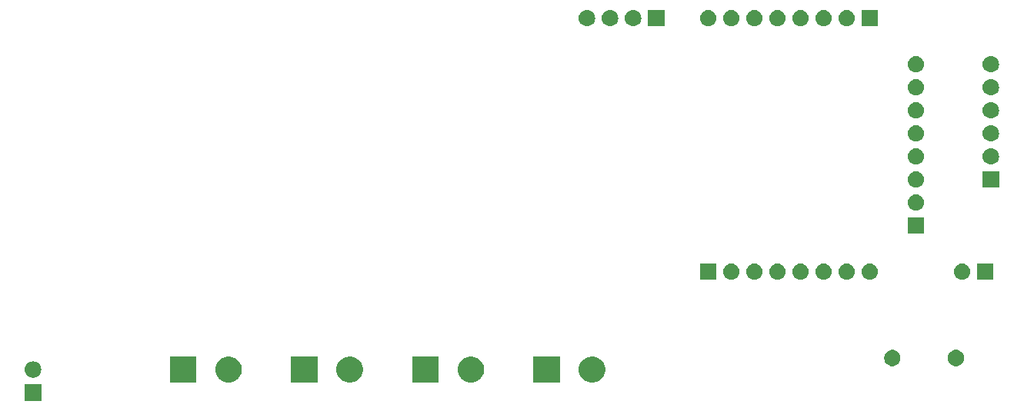
<source format=gbr>
G04 #@! TF.GenerationSoftware,KiCad,Pcbnew,(5.1.0-rc1-103-gc65c7d3de)*
G04 #@! TF.CreationDate,2019-09-26T12:21:13+02:00
G04 #@! TF.ProjectId,pinballControlUnit,70696e62-616c-46c4-936f-6e74726f6c55,2*
G04 #@! TF.SameCoordinates,Original*
G04 #@! TF.FileFunction,Soldermask,Bot*
G04 #@! TF.FilePolarity,Negative*
%FSLAX46Y46*%
G04 Gerber Fmt 4.6, Leading zero omitted, Abs format (unit mm)*
G04 Created by KiCad (PCBNEW (5.1.0-rc1-103-gc65c7d3de)) date 2019-09-26 12:21:13*
%MOMM*%
%LPD*%
G04 APERTURE LIST*
%ADD10C,0.100000*%
G04 APERTURE END LIST*
D10*
G36*
X21221000Y-108851000D02*
G01*
X19419000Y-108851000D01*
X19419000Y-107049000D01*
X21221000Y-107049000D01*
X21221000Y-108851000D01*
X21221000Y-108851000D01*
G37*
G36*
X78286000Y-106861000D02*
G01*
X75384000Y-106861000D01*
X75384000Y-103959000D01*
X78286000Y-103959000D01*
X78286000Y-106861000D01*
X78286000Y-106861000D01*
G37*
G36*
X68923241Y-104014760D02*
G01*
X69187305Y-104124139D01*
X69424958Y-104282934D01*
X69627066Y-104485042D01*
X69785861Y-104722695D01*
X69895240Y-104986759D01*
X69951000Y-105267088D01*
X69951000Y-105552912D01*
X69895240Y-105833241D01*
X69785861Y-106097305D01*
X69627066Y-106334958D01*
X69424958Y-106537066D01*
X69187305Y-106695861D01*
X68923241Y-106805240D01*
X68642912Y-106861000D01*
X68357088Y-106861000D01*
X68076759Y-106805240D01*
X67812695Y-106695861D01*
X67575042Y-106537066D01*
X67372934Y-106334958D01*
X67214139Y-106097305D01*
X67104760Y-105833241D01*
X67049000Y-105552912D01*
X67049000Y-105267088D01*
X67104760Y-104986759D01*
X67214139Y-104722695D01*
X67372934Y-104485042D01*
X67575042Y-104282934D01*
X67812695Y-104124139D01*
X68076759Y-104014760D01*
X68357088Y-103959000D01*
X68642912Y-103959000D01*
X68923241Y-104014760D01*
X68923241Y-104014760D01*
G37*
G36*
X64951000Y-106861000D02*
G01*
X62049000Y-106861000D01*
X62049000Y-103959000D01*
X64951000Y-103959000D01*
X64951000Y-106861000D01*
X64951000Y-106861000D01*
G37*
G36*
X55588241Y-104014760D02*
G01*
X55852305Y-104124139D01*
X56089958Y-104282934D01*
X56292066Y-104485042D01*
X56450861Y-104722695D01*
X56560240Y-104986759D01*
X56616000Y-105267088D01*
X56616000Y-105552912D01*
X56560240Y-105833241D01*
X56450861Y-106097305D01*
X56292066Y-106334958D01*
X56089958Y-106537066D01*
X55852305Y-106695861D01*
X55588241Y-106805240D01*
X55307912Y-106861000D01*
X55022088Y-106861000D01*
X54741759Y-106805240D01*
X54477695Y-106695861D01*
X54240042Y-106537066D01*
X54037934Y-106334958D01*
X53879139Y-106097305D01*
X53769760Y-105833241D01*
X53714000Y-105552912D01*
X53714000Y-105267088D01*
X53769760Y-104986759D01*
X53879139Y-104722695D01*
X54037934Y-104485042D01*
X54240042Y-104282934D01*
X54477695Y-104124139D01*
X54741759Y-104014760D01*
X55022088Y-103959000D01*
X55307912Y-103959000D01*
X55588241Y-104014760D01*
X55588241Y-104014760D01*
G37*
G36*
X51616000Y-106861000D02*
G01*
X48714000Y-106861000D01*
X48714000Y-103959000D01*
X51616000Y-103959000D01*
X51616000Y-106861000D01*
X51616000Y-106861000D01*
G37*
G36*
X42253241Y-104014760D02*
G01*
X42517305Y-104124139D01*
X42754958Y-104282934D01*
X42957066Y-104485042D01*
X43115861Y-104722695D01*
X43225240Y-104986759D01*
X43281000Y-105267088D01*
X43281000Y-105552912D01*
X43225240Y-105833241D01*
X43115861Y-106097305D01*
X42957066Y-106334958D01*
X42754958Y-106537066D01*
X42517305Y-106695861D01*
X42253241Y-106805240D01*
X41972912Y-106861000D01*
X41687088Y-106861000D01*
X41406759Y-106805240D01*
X41142695Y-106695861D01*
X40905042Y-106537066D01*
X40702934Y-106334958D01*
X40544139Y-106097305D01*
X40434760Y-105833241D01*
X40379000Y-105552912D01*
X40379000Y-105267088D01*
X40434760Y-104986759D01*
X40544139Y-104722695D01*
X40702934Y-104485042D01*
X40905042Y-104282934D01*
X41142695Y-104124139D01*
X41406759Y-104014760D01*
X41687088Y-103959000D01*
X41972912Y-103959000D01*
X42253241Y-104014760D01*
X42253241Y-104014760D01*
G37*
G36*
X38281000Y-106861000D02*
G01*
X35379000Y-106861000D01*
X35379000Y-103959000D01*
X38281000Y-103959000D01*
X38281000Y-106861000D01*
X38281000Y-106861000D01*
G37*
G36*
X82258241Y-104014760D02*
G01*
X82522305Y-104124139D01*
X82759958Y-104282934D01*
X82962066Y-104485042D01*
X83120861Y-104722695D01*
X83230240Y-104986759D01*
X83286000Y-105267088D01*
X83286000Y-105552912D01*
X83230240Y-105833241D01*
X83120861Y-106097305D01*
X82962066Y-106334958D01*
X82759958Y-106537066D01*
X82522305Y-106695861D01*
X82258241Y-106805240D01*
X81977912Y-106861000D01*
X81692088Y-106861000D01*
X81411759Y-106805240D01*
X81147695Y-106695861D01*
X80910042Y-106537066D01*
X80707934Y-106334958D01*
X80549139Y-106097305D01*
X80439760Y-105833241D01*
X80384000Y-105552912D01*
X80384000Y-105267088D01*
X80439760Y-104986759D01*
X80549139Y-104722695D01*
X80707934Y-104485042D01*
X80910042Y-104282934D01*
X81147695Y-104124139D01*
X81411759Y-104014760D01*
X81692088Y-103959000D01*
X81977912Y-103959000D01*
X82258241Y-104014760D01*
X82258241Y-104014760D01*
G37*
G36*
X20430443Y-104515519D02*
G01*
X20496627Y-104522037D01*
X20666466Y-104573557D01*
X20822991Y-104657222D01*
X20858729Y-104686552D01*
X20960186Y-104769814D01*
X21043448Y-104871271D01*
X21072778Y-104907009D01*
X21156443Y-105063534D01*
X21207963Y-105233373D01*
X21225359Y-105410000D01*
X21207963Y-105586627D01*
X21156443Y-105756466D01*
X21072778Y-105912991D01*
X21043448Y-105948729D01*
X20960186Y-106050186D01*
X20858729Y-106133448D01*
X20822991Y-106162778D01*
X20666466Y-106246443D01*
X20496627Y-106297963D01*
X20430442Y-106304482D01*
X20364260Y-106311000D01*
X20275740Y-106311000D01*
X20209558Y-106304482D01*
X20143373Y-106297963D01*
X19973534Y-106246443D01*
X19817009Y-106162778D01*
X19781271Y-106133448D01*
X19679814Y-106050186D01*
X19596552Y-105948729D01*
X19567222Y-105912991D01*
X19483557Y-105756466D01*
X19432037Y-105586627D01*
X19414641Y-105410000D01*
X19432037Y-105233373D01*
X19483557Y-105063534D01*
X19567222Y-104907009D01*
X19596552Y-104871271D01*
X19679814Y-104769814D01*
X19781271Y-104686552D01*
X19817009Y-104657222D01*
X19973534Y-104573557D01*
X20143373Y-104522037D01*
X20209557Y-104515519D01*
X20275740Y-104509000D01*
X20364260Y-104509000D01*
X20430443Y-104515519D01*
X20430443Y-104515519D01*
G37*
G36*
X121993512Y-103243927D02*
G01*
X122142812Y-103273624D01*
X122306784Y-103341544D01*
X122454354Y-103440147D01*
X122579853Y-103565646D01*
X122678456Y-103713216D01*
X122746376Y-103877188D01*
X122781000Y-104051259D01*
X122781000Y-104228741D01*
X122746376Y-104402812D01*
X122678456Y-104566784D01*
X122579853Y-104714354D01*
X122454354Y-104839853D01*
X122306784Y-104938456D01*
X122142812Y-105006376D01*
X121993512Y-105036073D01*
X121968742Y-105041000D01*
X121791258Y-105041000D01*
X121766488Y-105036073D01*
X121617188Y-105006376D01*
X121453216Y-104938456D01*
X121305646Y-104839853D01*
X121180147Y-104714354D01*
X121081544Y-104566784D01*
X121013624Y-104402812D01*
X120979000Y-104228741D01*
X120979000Y-104051259D01*
X121013624Y-103877188D01*
X121081544Y-103713216D01*
X121180147Y-103565646D01*
X121305646Y-103440147D01*
X121453216Y-103341544D01*
X121617188Y-103273624D01*
X121766488Y-103243927D01*
X121791258Y-103239000D01*
X121968742Y-103239000D01*
X121993512Y-103243927D01*
X121993512Y-103243927D01*
G37*
G36*
X114993512Y-103243927D02*
G01*
X115142812Y-103273624D01*
X115306784Y-103341544D01*
X115454354Y-103440147D01*
X115579853Y-103565646D01*
X115678456Y-103713216D01*
X115746376Y-103877188D01*
X115781000Y-104051259D01*
X115781000Y-104228741D01*
X115746376Y-104402812D01*
X115678456Y-104566784D01*
X115579853Y-104714354D01*
X115454354Y-104839853D01*
X115306784Y-104938456D01*
X115142812Y-105006376D01*
X114993512Y-105036073D01*
X114968742Y-105041000D01*
X114791258Y-105041000D01*
X114766488Y-105036073D01*
X114617188Y-105006376D01*
X114453216Y-104938456D01*
X114305646Y-104839853D01*
X114180147Y-104714354D01*
X114081544Y-104566784D01*
X114013624Y-104402812D01*
X113979000Y-104228741D01*
X113979000Y-104051259D01*
X114013624Y-103877188D01*
X114081544Y-103713216D01*
X114180147Y-103565646D01*
X114305646Y-103440147D01*
X114453216Y-103341544D01*
X114617188Y-103273624D01*
X114766488Y-103243927D01*
X114791258Y-103239000D01*
X114968742Y-103239000D01*
X114993512Y-103243927D01*
X114993512Y-103243927D01*
G37*
G36*
X102345443Y-93720519D02*
G01*
X102411627Y-93727037D01*
X102581466Y-93778557D01*
X102737991Y-93862222D01*
X102773729Y-93891552D01*
X102875186Y-93974814D01*
X102958448Y-94076271D01*
X102987778Y-94112009D01*
X103071443Y-94268534D01*
X103122963Y-94438373D01*
X103140359Y-94615000D01*
X103122963Y-94791627D01*
X103071443Y-94961466D01*
X102987778Y-95117991D01*
X102958448Y-95153729D01*
X102875186Y-95255186D01*
X102773729Y-95338448D01*
X102737991Y-95367778D01*
X102581466Y-95451443D01*
X102411627Y-95502963D01*
X102345443Y-95509481D01*
X102279260Y-95516000D01*
X102190740Y-95516000D01*
X102124557Y-95509481D01*
X102058373Y-95502963D01*
X101888534Y-95451443D01*
X101732009Y-95367778D01*
X101696271Y-95338448D01*
X101594814Y-95255186D01*
X101511552Y-95153729D01*
X101482222Y-95117991D01*
X101398557Y-94961466D01*
X101347037Y-94791627D01*
X101329641Y-94615000D01*
X101347037Y-94438373D01*
X101398557Y-94268534D01*
X101482222Y-94112009D01*
X101511552Y-94076271D01*
X101594814Y-93974814D01*
X101696271Y-93891552D01*
X101732009Y-93862222D01*
X101888534Y-93778557D01*
X102058373Y-93727037D01*
X102124557Y-93720519D01*
X102190740Y-93714000D01*
X102279260Y-93714000D01*
X102345443Y-93720519D01*
X102345443Y-93720519D01*
G37*
G36*
X99805443Y-93720519D02*
G01*
X99871627Y-93727037D01*
X100041466Y-93778557D01*
X100197991Y-93862222D01*
X100233729Y-93891552D01*
X100335186Y-93974814D01*
X100418448Y-94076271D01*
X100447778Y-94112009D01*
X100531443Y-94268534D01*
X100582963Y-94438373D01*
X100600359Y-94615000D01*
X100582963Y-94791627D01*
X100531443Y-94961466D01*
X100447778Y-95117991D01*
X100418448Y-95153729D01*
X100335186Y-95255186D01*
X100233729Y-95338448D01*
X100197991Y-95367778D01*
X100041466Y-95451443D01*
X99871627Y-95502963D01*
X99805443Y-95509481D01*
X99739260Y-95516000D01*
X99650740Y-95516000D01*
X99584557Y-95509481D01*
X99518373Y-95502963D01*
X99348534Y-95451443D01*
X99192009Y-95367778D01*
X99156271Y-95338448D01*
X99054814Y-95255186D01*
X98971552Y-95153729D01*
X98942222Y-95117991D01*
X98858557Y-94961466D01*
X98807037Y-94791627D01*
X98789641Y-94615000D01*
X98807037Y-94438373D01*
X98858557Y-94268534D01*
X98942222Y-94112009D01*
X98971552Y-94076271D01*
X99054814Y-93974814D01*
X99156271Y-93891552D01*
X99192009Y-93862222D01*
X99348534Y-93778557D01*
X99518373Y-93727037D01*
X99584557Y-93720519D01*
X99650740Y-93714000D01*
X99739260Y-93714000D01*
X99805443Y-93720519D01*
X99805443Y-93720519D01*
G37*
G36*
X125996000Y-95516000D02*
G01*
X124194000Y-95516000D01*
X124194000Y-93714000D01*
X125996000Y-93714000D01*
X125996000Y-95516000D01*
X125996000Y-95516000D01*
G37*
G36*
X122665443Y-93720519D02*
G01*
X122731627Y-93727037D01*
X122901466Y-93778557D01*
X123057991Y-93862222D01*
X123093729Y-93891552D01*
X123195186Y-93974814D01*
X123278448Y-94076271D01*
X123307778Y-94112009D01*
X123391443Y-94268534D01*
X123442963Y-94438373D01*
X123460359Y-94615000D01*
X123442963Y-94791627D01*
X123391443Y-94961466D01*
X123307778Y-95117991D01*
X123278448Y-95153729D01*
X123195186Y-95255186D01*
X123093729Y-95338448D01*
X123057991Y-95367778D01*
X122901466Y-95451443D01*
X122731627Y-95502963D01*
X122665443Y-95509481D01*
X122599260Y-95516000D01*
X122510740Y-95516000D01*
X122444557Y-95509481D01*
X122378373Y-95502963D01*
X122208534Y-95451443D01*
X122052009Y-95367778D01*
X122016271Y-95338448D01*
X121914814Y-95255186D01*
X121831552Y-95153729D01*
X121802222Y-95117991D01*
X121718557Y-94961466D01*
X121667037Y-94791627D01*
X121649641Y-94615000D01*
X121667037Y-94438373D01*
X121718557Y-94268534D01*
X121802222Y-94112009D01*
X121831552Y-94076271D01*
X121914814Y-93974814D01*
X122016271Y-93891552D01*
X122052009Y-93862222D01*
X122208534Y-93778557D01*
X122378373Y-93727037D01*
X122444558Y-93720518D01*
X122510740Y-93714000D01*
X122599260Y-93714000D01*
X122665443Y-93720519D01*
X122665443Y-93720519D01*
G37*
G36*
X95516000Y-95516000D02*
G01*
X93714000Y-95516000D01*
X93714000Y-93714000D01*
X95516000Y-93714000D01*
X95516000Y-95516000D01*
X95516000Y-95516000D01*
G37*
G36*
X97265443Y-93720519D02*
G01*
X97331627Y-93727037D01*
X97501466Y-93778557D01*
X97657991Y-93862222D01*
X97693729Y-93891552D01*
X97795186Y-93974814D01*
X97878448Y-94076271D01*
X97907778Y-94112009D01*
X97991443Y-94268534D01*
X98042963Y-94438373D01*
X98060359Y-94615000D01*
X98042963Y-94791627D01*
X97991443Y-94961466D01*
X97907778Y-95117991D01*
X97878448Y-95153729D01*
X97795186Y-95255186D01*
X97693729Y-95338448D01*
X97657991Y-95367778D01*
X97501466Y-95451443D01*
X97331627Y-95502963D01*
X97265443Y-95509481D01*
X97199260Y-95516000D01*
X97110740Y-95516000D01*
X97044557Y-95509481D01*
X96978373Y-95502963D01*
X96808534Y-95451443D01*
X96652009Y-95367778D01*
X96616271Y-95338448D01*
X96514814Y-95255186D01*
X96431552Y-95153729D01*
X96402222Y-95117991D01*
X96318557Y-94961466D01*
X96267037Y-94791627D01*
X96249641Y-94615000D01*
X96267037Y-94438373D01*
X96318557Y-94268534D01*
X96402222Y-94112009D01*
X96431552Y-94076271D01*
X96514814Y-93974814D01*
X96616271Y-93891552D01*
X96652009Y-93862222D01*
X96808534Y-93778557D01*
X96978373Y-93727037D01*
X97044557Y-93720519D01*
X97110740Y-93714000D01*
X97199260Y-93714000D01*
X97265443Y-93720519D01*
X97265443Y-93720519D01*
G37*
G36*
X104885443Y-93720519D02*
G01*
X104951627Y-93727037D01*
X105121466Y-93778557D01*
X105277991Y-93862222D01*
X105313729Y-93891552D01*
X105415186Y-93974814D01*
X105498448Y-94076271D01*
X105527778Y-94112009D01*
X105611443Y-94268534D01*
X105662963Y-94438373D01*
X105680359Y-94615000D01*
X105662963Y-94791627D01*
X105611443Y-94961466D01*
X105527778Y-95117991D01*
X105498448Y-95153729D01*
X105415186Y-95255186D01*
X105313729Y-95338448D01*
X105277991Y-95367778D01*
X105121466Y-95451443D01*
X104951627Y-95502963D01*
X104885443Y-95509481D01*
X104819260Y-95516000D01*
X104730740Y-95516000D01*
X104664557Y-95509481D01*
X104598373Y-95502963D01*
X104428534Y-95451443D01*
X104272009Y-95367778D01*
X104236271Y-95338448D01*
X104134814Y-95255186D01*
X104051552Y-95153729D01*
X104022222Y-95117991D01*
X103938557Y-94961466D01*
X103887037Y-94791627D01*
X103869641Y-94615000D01*
X103887037Y-94438373D01*
X103938557Y-94268534D01*
X104022222Y-94112009D01*
X104051552Y-94076271D01*
X104134814Y-93974814D01*
X104236271Y-93891552D01*
X104272009Y-93862222D01*
X104428534Y-93778557D01*
X104598373Y-93727037D01*
X104664557Y-93720519D01*
X104730740Y-93714000D01*
X104819260Y-93714000D01*
X104885443Y-93720519D01*
X104885443Y-93720519D01*
G37*
G36*
X107425443Y-93720519D02*
G01*
X107491627Y-93727037D01*
X107661466Y-93778557D01*
X107817991Y-93862222D01*
X107853729Y-93891552D01*
X107955186Y-93974814D01*
X108038448Y-94076271D01*
X108067778Y-94112009D01*
X108151443Y-94268534D01*
X108202963Y-94438373D01*
X108220359Y-94615000D01*
X108202963Y-94791627D01*
X108151443Y-94961466D01*
X108067778Y-95117991D01*
X108038448Y-95153729D01*
X107955186Y-95255186D01*
X107853729Y-95338448D01*
X107817991Y-95367778D01*
X107661466Y-95451443D01*
X107491627Y-95502963D01*
X107425443Y-95509481D01*
X107359260Y-95516000D01*
X107270740Y-95516000D01*
X107204557Y-95509481D01*
X107138373Y-95502963D01*
X106968534Y-95451443D01*
X106812009Y-95367778D01*
X106776271Y-95338448D01*
X106674814Y-95255186D01*
X106591552Y-95153729D01*
X106562222Y-95117991D01*
X106478557Y-94961466D01*
X106427037Y-94791627D01*
X106409641Y-94615000D01*
X106427037Y-94438373D01*
X106478557Y-94268534D01*
X106562222Y-94112009D01*
X106591552Y-94076271D01*
X106674814Y-93974814D01*
X106776271Y-93891552D01*
X106812009Y-93862222D01*
X106968534Y-93778557D01*
X107138373Y-93727037D01*
X107204557Y-93720519D01*
X107270740Y-93714000D01*
X107359260Y-93714000D01*
X107425443Y-93720519D01*
X107425443Y-93720519D01*
G37*
G36*
X109965443Y-93720519D02*
G01*
X110031627Y-93727037D01*
X110201466Y-93778557D01*
X110357991Y-93862222D01*
X110393729Y-93891552D01*
X110495186Y-93974814D01*
X110578448Y-94076271D01*
X110607778Y-94112009D01*
X110691443Y-94268534D01*
X110742963Y-94438373D01*
X110760359Y-94615000D01*
X110742963Y-94791627D01*
X110691443Y-94961466D01*
X110607778Y-95117991D01*
X110578448Y-95153729D01*
X110495186Y-95255186D01*
X110393729Y-95338448D01*
X110357991Y-95367778D01*
X110201466Y-95451443D01*
X110031627Y-95502963D01*
X109965443Y-95509481D01*
X109899260Y-95516000D01*
X109810740Y-95516000D01*
X109744557Y-95509481D01*
X109678373Y-95502963D01*
X109508534Y-95451443D01*
X109352009Y-95367778D01*
X109316271Y-95338448D01*
X109214814Y-95255186D01*
X109131552Y-95153729D01*
X109102222Y-95117991D01*
X109018557Y-94961466D01*
X108967037Y-94791627D01*
X108949641Y-94615000D01*
X108967037Y-94438373D01*
X109018557Y-94268534D01*
X109102222Y-94112009D01*
X109131552Y-94076271D01*
X109214814Y-93974814D01*
X109316271Y-93891552D01*
X109352009Y-93862222D01*
X109508534Y-93778557D01*
X109678373Y-93727037D01*
X109744557Y-93720519D01*
X109810740Y-93714000D01*
X109899260Y-93714000D01*
X109965443Y-93720519D01*
X109965443Y-93720519D01*
G37*
G36*
X112505443Y-93720519D02*
G01*
X112571627Y-93727037D01*
X112741466Y-93778557D01*
X112897991Y-93862222D01*
X112933729Y-93891552D01*
X113035186Y-93974814D01*
X113118448Y-94076271D01*
X113147778Y-94112009D01*
X113231443Y-94268534D01*
X113282963Y-94438373D01*
X113300359Y-94615000D01*
X113282963Y-94791627D01*
X113231443Y-94961466D01*
X113147778Y-95117991D01*
X113118448Y-95153729D01*
X113035186Y-95255186D01*
X112933729Y-95338448D01*
X112897991Y-95367778D01*
X112741466Y-95451443D01*
X112571627Y-95502963D01*
X112505443Y-95509481D01*
X112439260Y-95516000D01*
X112350740Y-95516000D01*
X112284557Y-95509481D01*
X112218373Y-95502963D01*
X112048534Y-95451443D01*
X111892009Y-95367778D01*
X111856271Y-95338448D01*
X111754814Y-95255186D01*
X111671552Y-95153729D01*
X111642222Y-95117991D01*
X111558557Y-94961466D01*
X111507037Y-94791627D01*
X111489641Y-94615000D01*
X111507037Y-94438373D01*
X111558557Y-94268534D01*
X111642222Y-94112009D01*
X111671552Y-94076271D01*
X111754814Y-93974814D01*
X111856271Y-93891552D01*
X111892009Y-93862222D01*
X112048534Y-93778557D01*
X112218373Y-93727037D01*
X112284557Y-93720519D01*
X112350740Y-93714000D01*
X112439260Y-93714000D01*
X112505443Y-93720519D01*
X112505443Y-93720519D01*
G37*
G36*
X118376000Y-90436000D02*
G01*
X116574000Y-90436000D01*
X116574000Y-88634000D01*
X118376000Y-88634000D01*
X118376000Y-90436000D01*
X118376000Y-90436000D01*
G37*
G36*
X117585442Y-86100518D02*
G01*
X117651627Y-86107037D01*
X117821466Y-86158557D01*
X117977991Y-86242222D01*
X118013729Y-86271552D01*
X118115186Y-86354814D01*
X118198448Y-86456271D01*
X118227778Y-86492009D01*
X118311443Y-86648534D01*
X118362963Y-86818373D01*
X118380359Y-86995000D01*
X118362963Y-87171627D01*
X118311443Y-87341466D01*
X118227778Y-87497991D01*
X118198448Y-87533729D01*
X118115186Y-87635186D01*
X118013729Y-87718448D01*
X117977991Y-87747778D01*
X117821466Y-87831443D01*
X117651627Y-87882963D01*
X117585443Y-87889481D01*
X117519260Y-87896000D01*
X117430740Y-87896000D01*
X117364557Y-87889481D01*
X117298373Y-87882963D01*
X117128534Y-87831443D01*
X116972009Y-87747778D01*
X116936271Y-87718448D01*
X116834814Y-87635186D01*
X116751552Y-87533729D01*
X116722222Y-87497991D01*
X116638557Y-87341466D01*
X116587037Y-87171627D01*
X116569641Y-86995000D01*
X116587037Y-86818373D01*
X116638557Y-86648534D01*
X116722222Y-86492009D01*
X116751552Y-86456271D01*
X116834814Y-86354814D01*
X116936271Y-86271552D01*
X116972009Y-86242222D01*
X117128534Y-86158557D01*
X117298373Y-86107037D01*
X117364558Y-86100518D01*
X117430740Y-86094000D01*
X117519260Y-86094000D01*
X117585442Y-86100518D01*
X117585442Y-86100518D01*
G37*
G36*
X117585443Y-83560519D02*
G01*
X117651627Y-83567037D01*
X117821466Y-83618557D01*
X117977991Y-83702222D01*
X118013729Y-83731552D01*
X118115186Y-83814814D01*
X118198448Y-83916271D01*
X118227778Y-83952009D01*
X118311443Y-84108534D01*
X118362963Y-84278373D01*
X118380359Y-84455000D01*
X118362963Y-84631627D01*
X118311443Y-84801466D01*
X118227778Y-84957991D01*
X118198448Y-84993729D01*
X118115186Y-85095186D01*
X118013729Y-85178448D01*
X117977991Y-85207778D01*
X117821466Y-85291443D01*
X117651627Y-85342963D01*
X117585442Y-85349482D01*
X117519260Y-85356000D01*
X117430740Y-85356000D01*
X117364558Y-85349482D01*
X117298373Y-85342963D01*
X117128534Y-85291443D01*
X116972009Y-85207778D01*
X116936271Y-85178448D01*
X116834814Y-85095186D01*
X116751552Y-84993729D01*
X116722222Y-84957991D01*
X116638557Y-84801466D01*
X116587037Y-84631627D01*
X116569641Y-84455000D01*
X116587037Y-84278373D01*
X116638557Y-84108534D01*
X116722222Y-83952009D01*
X116751552Y-83916271D01*
X116834814Y-83814814D01*
X116936271Y-83731552D01*
X116972009Y-83702222D01*
X117128534Y-83618557D01*
X117298373Y-83567037D01*
X117364557Y-83560519D01*
X117430740Y-83554000D01*
X117519260Y-83554000D01*
X117585443Y-83560519D01*
X117585443Y-83560519D01*
G37*
G36*
X126631000Y-85356000D02*
G01*
X124829000Y-85356000D01*
X124829000Y-83554000D01*
X126631000Y-83554000D01*
X126631000Y-85356000D01*
X126631000Y-85356000D01*
G37*
G36*
X117585442Y-81020518D02*
G01*
X117651627Y-81027037D01*
X117821466Y-81078557D01*
X117977991Y-81162222D01*
X118013729Y-81191552D01*
X118115186Y-81274814D01*
X118198448Y-81376271D01*
X118227778Y-81412009D01*
X118311443Y-81568534D01*
X118362963Y-81738373D01*
X118380359Y-81915000D01*
X118362963Y-82091627D01*
X118311443Y-82261466D01*
X118227778Y-82417991D01*
X118198448Y-82453729D01*
X118115186Y-82555186D01*
X118013729Y-82638448D01*
X117977991Y-82667778D01*
X117821466Y-82751443D01*
X117651627Y-82802963D01*
X117585442Y-82809482D01*
X117519260Y-82816000D01*
X117430740Y-82816000D01*
X117364558Y-82809482D01*
X117298373Y-82802963D01*
X117128534Y-82751443D01*
X116972009Y-82667778D01*
X116936271Y-82638448D01*
X116834814Y-82555186D01*
X116751552Y-82453729D01*
X116722222Y-82417991D01*
X116638557Y-82261466D01*
X116587037Y-82091627D01*
X116569641Y-81915000D01*
X116587037Y-81738373D01*
X116638557Y-81568534D01*
X116722222Y-81412009D01*
X116751552Y-81376271D01*
X116834814Y-81274814D01*
X116936271Y-81191552D01*
X116972009Y-81162222D01*
X117128534Y-81078557D01*
X117298373Y-81027037D01*
X117364558Y-81020518D01*
X117430740Y-81014000D01*
X117519260Y-81014000D01*
X117585442Y-81020518D01*
X117585442Y-81020518D01*
G37*
G36*
X125840442Y-81020518D02*
G01*
X125906627Y-81027037D01*
X126076466Y-81078557D01*
X126232991Y-81162222D01*
X126268729Y-81191552D01*
X126370186Y-81274814D01*
X126453448Y-81376271D01*
X126482778Y-81412009D01*
X126566443Y-81568534D01*
X126617963Y-81738373D01*
X126635359Y-81915000D01*
X126617963Y-82091627D01*
X126566443Y-82261466D01*
X126482778Y-82417991D01*
X126453448Y-82453729D01*
X126370186Y-82555186D01*
X126268729Y-82638448D01*
X126232991Y-82667778D01*
X126076466Y-82751443D01*
X125906627Y-82802963D01*
X125840442Y-82809482D01*
X125774260Y-82816000D01*
X125685740Y-82816000D01*
X125619558Y-82809482D01*
X125553373Y-82802963D01*
X125383534Y-82751443D01*
X125227009Y-82667778D01*
X125191271Y-82638448D01*
X125089814Y-82555186D01*
X125006552Y-82453729D01*
X124977222Y-82417991D01*
X124893557Y-82261466D01*
X124842037Y-82091627D01*
X124824641Y-81915000D01*
X124842037Y-81738373D01*
X124893557Y-81568534D01*
X124977222Y-81412009D01*
X125006552Y-81376271D01*
X125089814Y-81274814D01*
X125191271Y-81191552D01*
X125227009Y-81162222D01*
X125383534Y-81078557D01*
X125553373Y-81027037D01*
X125619558Y-81020518D01*
X125685740Y-81014000D01*
X125774260Y-81014000D01*
X125840442Y-81020518D01*
X125840442Y-81020518D01*
G37*
G36*
X117585442Y-78480518D02*
G01*
X117651627Y-78487037D01*
X117821466Y-78538557D01*
X117977991Y-78622222D01*
X118013729Y-78651552D01*
X118115186Y-78734814D01*
X118198448Y-78836271D01*
X118227778Y-78872009D01*
X118311443Y-79028534D01*
X118362963Y-79198373D01*
X118380359Y-79375000D01*
X118362963Y-79551627D01*
X118311443Y-79721466D01*
X118227778Y-79877991D01*
X118198448Y-79913729D01*
X118115186Y-80015186D01*
X118013729Y-80098448D01*
X117977991Y-80127778D01*
X117821466Y-80211443D01*
X117651627Y-80262963D01*
X117585442Y-80269482D01*
X117519260Y-80276000D01*
X117430740Y-80276000D01*
X117364558Y-80269482D01*
X117298373Y-80262963D01*
X117128534Y-80211443D01*
X116972009Y-80127778D01*
X116936271Y-80098448D01*
X116834814Y-80015186D01*
X116751552Y-79913729D01*
X116722222Y-79877991D01*
X116638557Y-79721466D01*
X116587037Y-79551627D01*
X116569641Y-79375000D01*
X116587037Y-79198373D01*
X116638557Y-79028534D01*
X116722222Y-78872009D01*
X116751552Y-78836271D01*
X116834814Y-78734814D01*
X116936271Y-78651552D01*
X116972009Y-78622222D01*
X117128534Y-78538557D01*
X117298373Y-78487037D01*
X117364558Y-78480518D01*
X117430740Y-78474000D01*
X117519260Y-78474000D01*
X117585442Y-78480518D01*
X117585442Y-78480518D01*
G37*
G36*
X125840442Y-78480518D02*
G01*
X125906627Y-78487037D01*
X126076466Y-78538557D01*
X126232991Y-78622222D01*
X126268729Y-78651552D01*
X126370186Y-78734814D01*
X126453448Y-78836271D01*
X126482778Y-78872009D01*
X126566443Y-79028534D01*
X126617963Y-79198373D01*
X126635359Y-79375000D01*
X126617963Y-79551627D01*
X126566443Y-79721466D01*
X126482778Y-79877991D01*
X126453448Y-79913729D01*
X126370186Y-80015186D01*
X126268729Y-80098448D01*
X126232991Y-80127778D01*
X126076466Y-80211443D01*
X125906627Y-80262963D01*
X125840442Y-80269482D01*
X125774260Y-80276000D01*
X125685740Y-80276000D01*
X125619558Y-80269482D01*
X125553373Y-80262963D01*
X125383534Y-80211443D01*
X125227009Y-80127778D01*
X125191271Y-80098448D01*
X125089814Y-80015186D01*
X125006552Y-79913729D01*
X124977222Y-79877991D01*
X124893557Y-79721466D01*
X124842037Y-79551627D01*
X124824641Y-79375000D01*
X124842037Y-79198373D01*
X124893557Y-79028534D01*
X124977222Y-78872009D01*
X125006552Y-78836271D01*
X125089814Y-78734814D01*
X125191271Y-78651552D01*
X125227009Y-78622222D01*
X125383534Y-78538557D01*
X125553373Y-78487037D01*
X125619558Y-78480518D01*
X125685740Y-78474000D01*
X125774260Y-78474000D01*
X125840442Y-78480518D01*
X125840442Y-78480518D01*
G37*
G36*
X117585442Y-75940518D02*
G01*
X117651627Y-75947037D01*
X117821466Y-75998557D01*
X117977991Y-76082222D01*
X118013729Y-76111552D01*
X118115186Y-76194814D01*
X118198448Y-76296271D01*
X118227778Y-76332009D01*
X118311443Y-76488534D01*
X118362963Y-76658373D01*
X118380359Y-76835000D01*
X118362963Y-77011627D01*
X118311443Y-77181466D01*
X118227778Y-77337991D01*
X118198448Y-77373729D01*
X118115186Y-77475186D01*
X118013729Y-77558448D01*
X117977991Y-77587778D01*
X117821466Y-77671443D01*
X117651627Y-77722963D01*
X117585443Y-77729481D01*
X117519260Y-77736000D01*
X117430740Y-77736000D01*
X117364557Y-77729481D01*
X117298373Y-77722963D01*
X117128534Y-77671443D01*
X116972009Y-77587778D01*
X116936271Y-77558448D01*
X116834814Y-77475186D01*
X116751552Y-77373729D01*
X116722222Y-77337991D01*
X116638557Y-77181466D01*
X116587037Y-77011627D01*
X116569641Y-76835000D01*
X116587037Y-76658373D01*
X116638557Y-76488534D01*
X116722222Y-76332009D01*
X116751552Y-76296271D01*
X116834814Y-76194814D01*
X116936271Y-76111552D01*
X116972009Y-76082222D01*
X117128534Y-75998557D01*
X117298373Y-75947037D01*
X117364558Y-75940518D01*
X117430740Y-75934000D01*
X117519260Y-75934000D01*
X117585442Y-75940518D01*
X117585442Y-75940518D01*
G37*
G36*
X125840442Y-75940518D02*
G01*
X125906627Y-75947037D01*
X126076466Y-75998557D01*
X126232991Y-76082222D01*
X126268729Y-76111552D01*
X126370186Y-76194814D01*
X126453448Y-76296271D01*
X126482778Y-76332009D01*
X126566443Y-76488534D01*
X126617963Y-76658373D01*
X126635359Y-76835000D01*
X126617963Y-77011627D01*
X126566443Y-77181466D01*
X126482778Y-77337991D01*
X126453448Y-77373729D01*
X126370186Y-77475186D01*
X126268729Y-77558448D01*
X126232991Y-77587778D01*
X126076466Y-77671443D01*
X125906627Y-77722963D01*
X125840443Y-77729481D01*
X125774260Y-77736000D01*
X125685740Y-77736000D01*
X125619557Y-77729481D01*
X125553373Y-77722963D01*
X125383534Y-77671443D01*
X125227009Y-77587778D01*
X125191271Y-77558448D01*
X125089814Y-77475186D01*
X125006552Y-77373729D01*
X124977222Y-77337991D01*
X124893557Y-77181466D01*
X124842037Y-77011627D01*
X124824641Y-76835000D01*
X124842037Y-76658373D01*
X124893557Y-76488534D01*
X124977222Y-76332009D01*
X125006552Y-76296271D01*
X125089814Y-76194814D01*
X125191271Y-76111552D01*
X125227009Y-76082222D01*
X125383534Y-75998557D01*
X125553373Y-75947037D01*
X125619558Y-75940518D01*
X125685740Y-75934000D01*
X125774260Y-75934000D01*
X125840442Y-75940518D01*
X125840442Y-75940518D01*
G37*
G36*
X117585443Y-73400519D02*
G01*
X117651627Y-73407037D01*
X117821466Y-73458557D01*
X117977991Y-73542222D01*
X118013729Y-73571552D01*
X118115186Y-73654814D01*
X118198448Y-73756271D01*
X118227778Y-73792009D01*
X118311443Y-73948534D01*
X118362963Y-74118373D01*
X118380359Y-74295000D01*
X118362963Y-74471627D01*
X118311443Y-74641466D01*
X118227778Y-74797991D01*
X118198448Y-74833729D01*
X118115186Y-74935186D01*
X118013729Y-75018448D01*
X117977991Y-75047778D01*
X117821466Y-75131443D01*
X117651627Y-75182963D01*
X117585442Y-75189482D01*
X117519260Y-75196000D01*
X117430740Y-75196000D01*
X117364558Y-75189482D01*
X117298373Y-75182963D01*
X117128534Y-75131443D01*
X116972009Y-75047778D01*
X116936271Y-75018448D01*
X116834814Y-74935186D01*
X116751552Y-74833729D01*
X116722222Y-74797991D01*
X116638557Y-74641466D01*
X116587037Y-74471627D01*
X116569641Y-74295000D01*
X116587037Y-74118373D01*
X116638557Y-73948534D01*
X116722222Y-73792009D01*
X116751552Y-73756271D01*
X116834814Y-73654814D01*
X116936271Y-73571552D01*
X116972009Y-73542222D01*
X117128534Y-73458557D01*
X117298373Y-73407037D01*
X117364557Y-73400519D01*
X117430740Y-73394000D01*
X117519260Y-73394000D01*
X117585443Y-73400519D01*
X117585443Y-73400519D01*
G37*
G36*
X125840443Y-73400519D02*
G01*
X125906627Y-73407037D01*
X126076466Y-73458557D01*
X126232991Y-73542222D01*
X126268729Y-73571552D01*
X126370186Y-73654814D01*
X126453448Y-73756271D01*
X126482778Y-73792009D01*
X126566443Y-73948534D01*
X126617963Y-74118373D01*
X126635359Y-74295000D01*
X126617963Y-74471627D01*
X126566443Y-74641466D01*
X126482778Y-74797991D01*
X126453448Y-74833729D01*
X126370186Y-74935186D01*
X126268729Y-75018448D01*
X126232991Y-75047778D01*
X126076466Y-75131443D01*
X125906627Y-75182963D01*
X125840442Y-75189482D01*
X125774260Y-75196000D01*
X125685740Y-75196000D01*
X125619558Y-75189482D01*
X125553373Y-75182963D01*
X125383534Y-75131443D01*
X125227009Y-75047778D01*
X125191271Y-75018448D01*
X125089814Y-74935186D01*
X125006552Y-74833729D01*
X124977222Y-74797991D01*
X124893557Y-74641466D01*
X124842037Y-74471627D01*
X124824641Y-74295000D01*
X124842037Y-74118373D01*
X124893557Y-73948534D01*
X124977222Y-73792009D01*
X125006552Y-73756271D01*
X125089814Y-73654814D01*
X125191271Y-73571552D01*
X125227009Y-73542222D01*
X125383534Y-73458557D01*
X125553373Y-73407037D01*
X125619557Y-73400519D01*
X125685740Y-73394000D01*
X125774260Y-73394000D01*
X125840443Y-73400519D01*
X125840443Y-73400519D01*
G37*
G36*
X117585442Y-70860518D02*
G01*
X117651627Y-70867037D01*
X117821466Y-70918557D01*
X117977991Y-71002222D01*
X118013729Y-71031552D01*
X118115186Y-71114814D01*
X118198448Y-71216271D01*
X118227778Y-71252009D01*
X118311443Y-71408534D01*
X118362963Y-71578373D01*
X118380359Y-71755000D01*
X118362963Y-71931627D01*
X118311443Y-72101466D01*
X118227778Y-72257991D01*
X118198448Y-72293729D01*
X118115186Y-72395186D01*
X118013729Y-72478448D01*
X117977991Y-72507778D01*
X117821466Y-72591443D01*
X117651627Y-72642963D01*
X117585443Y-72649481D01*
X117519260Y-72656000D01*
X117430740Y-72656000D01*
X117364557Y-72649481D01*
X117298373Y-72642963D01*
X117128534Y-72591443D01*
X116972009Y-72507778D01*
X116936271Y-72478448D01*
X116834814Y-72395186D01*
X116751552Y-72293729D01*
X116722222Y-72257991D01*
X116638557Y-72101466D01*
X116587037Y-71931627D01*
X116569641Y-71755000D01*
X116587037Y-71578373D01*
X116638557Y-71408534D01*
X116722222Y-71252009D01*
X116751552Y-71216271D01*
X116834814Y-71114814D01*
X116936271Y-71031552D01*
X116972009Y-71002222D01*
X117128534Y-70918557D01*
X117298373Y-70867037D01*
X117364558Y-70860518D01*
X117430740Y-70854000D01*
X117519260Y-70854000D01*
X117585442Y-70860518D01*
X117585442Y-70860518D01*
G37*
G36*
X125840442Y-70860518D02*
G01*
X125906627Y-70867037D01*
X126076466Y-70918557D01*
X126232991Y-71002222D01*
X126268729Y-71031552D01*
X126370186Y-71114814D01*
X126453448Y-71216271D01*
X126482778Y-71252009D01*
X126566443Y-71408534D01*
X126617963Y-71578373D01*
X126635359Y-71755000D01*
X126617963Y-71931627D01*
X126566443Y-72101466D01*
X126482778Y-72257991D01*
X126453448Y-72293729D01*
X126370186Y-72395186D01*
X126268729Y-72478448D01*
X126232991Y-72507778D01*
X126076466Y-72591443D01*
X125906627Y-72642963D01*
X125840443Y-72649481D01*
X125774260Y-72656000D01*
X125685740Y-72656000D01*
X125619557Y-72649481D01*
X125553373Y-72642963D01*
X125383534Y-72591443D01*
X125227009Y-72507778D01*
X125191271Y-72478448D01*
X125089814Y-72395186D01*
X125006552Y-72293729D01*
X124977222Y-72257991D01*
X124893557Y-72101466D01*
X124842037Y-71931627D01*
X124824641Y-71755000D01*
X124842037Y-71578373D01*
X124893557Y-71408534D01*
X124977222Y-71252009D01*
X125006552Y-71216271D01*
X125089814Y-71114814D01*
X125191271Y-71031552D01*
X125227009Y-71002222D01*
X125383534Y-70918557D01*
X125553373Y-70867037D01*
X125619558Y-70860518D01*
X125685740Y-70854000D01*
X125774260Y-70854000D01*
X125840442Y-70860518D01*
X125840442Y-70860518D01*
G37*
G36*
X113296000Y-67576000D02*
G01*
X111494000Y-67576000D01*
X111494000Y-65774000D01*
X113296000Y-65774000D01*
X113296000Y-67576000D01*
X113296000Y-67576000D01*
G37*
G36*
X109965443Y-65780519D02*
G01*
X110031627Y-65787037D01*
X110201466Y-65838557D01*
X110357991Y-65922222D01*
X110393729Y-65951552D01*
X110495186Y-66034814D01*
X110578448Y-66136271D01*
X110607778Y-66172009D01*
X110691443Y-66328534D01*
X110742963Y-66498373D01*
X110760359Y-66675000D01*
X110742963Y-66851627D01*
X110691443Y-67021466D01*
X110607778Y-67177991D01*
X110578448Y-67213729D01*
X110495186Y-67315186D01*
X110393729Y-67398448D01*
X110357991Y-67427778D01*
X110201466Y-67511443D01*
X110031627Y-67562963D01*
X109965443Y-67569481D01*
X109899260Y-67576000D01*
X109810740Y-67576000D01*
X109744557Y-67569481D01*
X109678373Y-67562963D01*
X109508534Y-67511443D01*
X109352009Y-67427778D01*
X109316271Y-67398448D01*
X109214814Y-67315186D01*
X109131552Y-67213729D01*
X109102222Y-67177991D01*
X109018557Y-67021466D01*
X108967037Y-66851627D01*
X108949641Y-66675000D01*
X108967037Y-66498373D01*
X109018557Y-66328534D01*
X109102222Y-66172009D01*
X109131552Y-66136271D01*
X109214814Y-66034814D01*
X109316271Y-65951552D01*
X109352009Y-65922222D01*
X109508534Y-65838557D01*
X109678373Y-65787037D01*
X109744557Y-65780519D01*
X109810740Y-65774000D01*
X109899260Y-65774000D01*
X109965443Y-65780519D01*
X109965443Y-65780519D01*
G37*
G36*
X107425443Y-65780519D02*
G01*
X107491627Y-65787037D01*
X107661466Y-65838557D01*
X107817991Y-65922222D01*
X107853729Y-65951552D01*
X107955186Y-66034814D01*
X108038448Y-66136271D01*
X108067778Y-66172009D01*
X108151443Y-66328534D01*
X108202963Y-66498373D01*
X108220359Y-66675000D01*
X108202963Y-66851627D01*
X108151443Y-67021466D01*
X108067778Y-67177991D01*
X108038448Y-67213729D01*
X107955186Y-67315186D01*
X107853729Y-67398448D01*
X107817991Y-67427778D01*
X107661466Y-67511443D01*
X107491627Y-67562963D01*
X107425443Y-67569481D01*
X107359260Y-67576000D01*
X107270740Y-67576000D01*
X107204557Y-67569481D01*
X107138373Y-67562963D01*
X106968534Y-67511443D01*
X106812009Y-67427778D01*
X106776271Y-67398448D01*
X106674814Y-67315186D01*
X106591552Y-67213729D01*
X106562222Y-67177991D01*
X106478557Y-67021466D01*
X106427037Y-66851627D01*
X106409641Y-66675000D01*
X106427037Y-66498373D01*
X106478557Y-66328534D01*
X106562222Y-66172009D01*
X106591552Y-66136271D01*
X106674814Y-66034814D01*
X106776271Y-65951552D01*
X106812009Y-65922222D01*
X106968534Y-65838557D01*
X107138373Y-65787037D01*
X107204557Y-65780519D01*
X107270740Y-65774000D01*
X107359260Y-65774000D01*
X107425443Y-65780519D01*
X107425443Y-65780519D01*
G37*
G36*
X104885443Y-65780519D02*
G01*
X104951627Y-65787037D01*
X105121466Y-65838557D01*
X105277991Y-65922222D01*
X105313729Y-65951552D01*
X105415186Y-66034814D01*
X105498448Y-66136271D01*
X105527778Y-66172009D01*
X105611443Y-66328534D01*
X105662963Y-66498373D01*
X105680359Y-66675000D01*
X105662963Y-66851627D01*
X105611443Y-67021466D01*
X105527778Y-67177991D01*
X105498448Y-67213729D01*
X105415186Y-67315186D01*
X105313729Y-67398448D01*
X105277991Y-67427778D01*
X105121466Y-67511443D01*
X104951627Y-67562963D01*
X104885443Y-67569481D01*
X104819260Y-67576000D01*
X104730740Y-67576000D01*
X104664557Y-67569481D01*
X104598373Y-67562963D01*
X104428534Y-67511443D01*
X104272009Y-67427778D01*
X104236271Y-67398448D01*
X104134814Y-67315186D01*
X104051552Y-67213729D01*
X104022222Y-67177991D01*
X103938557Y-67021466D01*
X103887037Y-66851627D01*
X103869641Y-66675000D01*
X103887037Y-66498373D01*
X103938557Y-66328534D01*
X104022222Y-66172009D01*
X104051552Y-66136271D01*
X104134814Y-66034814D01*
X104236271Y-65951552D01*
X104272009Y-65922222D01*
X104428534Y-65838557D01*
X104598373Y-65787037D01*
X104664557Y-65780519D01*
X104730740Y-65774000D01*
X104819260Y-65774000D01*
X104885443Y-65780519D01*
X104885443Y-65780519D01*
G37*
G36*
X102345443Y-65780519D02*
G01*
X102411627Y-65787037D01*
X102581466Y-65838557D01*
X102737991Y-65922222D01*
X102773729Y-65951552D01*
X102875186Y-66034814D01*
X102958448Y-66136271D01*
X102987778Y-66172009D01*
X103071443Y-66328534D01*
X103122963Y-66498373D01*
X103140359Y-66675000D01*
X103122963Y-66851627D01*
X103071443Y-67021466D01*
X102987778Y-67177991D01*
X102958448Y-67213729D01*
X102875186Y-67315186D01*
X102773729Y-67398448D01*
X102737991Y-67427778D01*
X102581466Y-67511443D01*
X102411627Y-67562963D01*
X102345443Y-67569481D01*
X102279260Y-67576000D01*
X102190740Y-67576000D01*
X102124557Y-67569481D01*
X102058373Y-67562963D01*
X101888534Y-67511443D01*
X101732009Y-67427778D01*
X101696271Y-67398448D01*
X101594814Y-67315186D01*
X101511552Y-67213729D01*
X101482222Y-67177991D01*
X101398557Y-67021466D01*
X101347037Y-66851627D01*
X101329641Y-66675000D01*
X101347037Y-66498373D01*
X101398557Y-66328534D01*
X101482222Y-66172009D01*
X101511552Y-66136271D01*
X101594814Y-66034814D01*
X101696271Y-65951552D01*
X101732009Y-65922222D01*
X101888534Y-65838557D01*
X102058373Y-65787037D01*
X102124557Y-65780519D01*
X102190740Y-65774000D01*
X102279260Y-65774000D01*
X102345443Y-65780519D01*
X102345443Y-65780519D01*
G37*
G36*
X99805443Y-65780519D02*
G01*
X99871627Y-65787037D01*
X100041466Y-65838557D01*
X100197991Y-65922222D01*
X100233729Y-65951552D01*
X100335186Y-66034814D01*
X100418448Y-66136271D01*
X100447778Y-66172009D01*
X100531443Y-66328534D01*
X100582963Y-66498373D01*
X100600359Y-66675000D01*
X100582963Y-66851627D01*
X100531443Y-67021466D01*
X100447778Y-67177991D01*
X100418448Y-67213729D01*
X100335186Y-67315186D01*
X100233729Y-67398448D01*
X100197991Y-67427778D01*
X100041466Y-67511443D01*
X99871627Y-67562963D01*
X99805443Y-67569481D01*
X99739260Y-67576000D01*
X99650740Y-67576000D01*
X99584557Y-67569481D01*
X99518373Y-67562963D01*
X99348534Y-67511443D01*
X99192009Y-67427778D01*
X99156271Y-67398448D01*
X99054814Y-67315186D01*
X98971552Y-67213729D01*
X98942222Y-67177991D01*
X98858557Y-67021466D01*
X98807037Y-66851627D01*
X98789641Y-66675000D01*
X98807037Y-66498373D01*
X98858557Y-66328534D01*
X98942222Y-66172009D01*
X98971552Y-66136271D01*
X99054814Y-66034814D01*
X99156271Y-65951552D01*
X99192009Y-65922222D01*
X99348534Y-65838557D01*
X99518373Y-65787037D01*
X99584557Y-65780519D01*
X99650740Y-65774000D01*
X99739260Y-65774000D01*
X99805443Y-65780519D01*
X99805443Y-65780519D01*
G37*
G36*
X97265443Y-65780519D02*
G01*
X97331627Y-65787037D01*
X97501466Y-65838557D01*
X97657991Y-65922222D01*
X97693729Y-65951552D01*
X97795186Y-66034814D01*
X97878448Y-66136271D01*
X97907778Y-66172009D01*
X97991443Y-66328534D01*
X98042963Y-66498373D01*
X98060359Y-66675000D01*
X98042963Y-66851627D01*
X97991443Y-67021466D01*
X97907778Y-67177991D01*
X97878448Y-67213729D01*
X97795186Y-67315186D01*
X97693729Y-67398448D01*
X97657991Y-67427778D01*
X97501466Y-67511443D01*
X97331627Y-67562963D01*
X97265443Y-67569481D01*
X97199260Y-67576000D01*
X97110740Y-67576000D01*
X97044557Y-67569481D01*
X96978373Y-67562963D01*
X96808534Y-67511443D01*
X96652009Y-67427778D01*
X96616271Y-67398448D01*
X96514814Y-67315186D01*
X96431552Y-67213729D01*
X96402222Y-67177991D01*
X96318557Y-67021466D01*
X96267037Y-66851627D01*
X96249641Y-66675000D01*
X96267037Y-66498373D01*
X96318557Y-66328534D01*
X96402222Y-66172009D01*
X96431552Y-66136271D01*
X96514814Y-66034814D01*
X96616271Y-65951552D01*
X96652009Y-65922222D01*
X96808534Y-65838557D01*
X96978373Y-65787037D01*
X97044557Y-65780519D01*
X97110740Y-65774000D01*
X97199260Y-65774000D01*
X97265443Y-65780519D01*
X97265443Y-65780519D01*
G37*
G36*
X81390443Y-65780519D02*
G01*
X81456627Y-65787037D01*
X81626466Y-65838557D01*
X81782991Y-65922222D01*
X81818729Y-65951552D01*
X81920186Y-66034814D01*
X82003448Y-66136271D01*
X82032778Y-66172009D01*
X82116443Y-66328534D01*
X82167963Y-66498373D01*
X82185359Y-66675000D01*
X82167963Y-66851627D01*
X82116443Y-67021466D01*
X82032778Y-67177991D01*
X82003448Y-67213729D01*
X81920186Y-67315186D01*
X81818729Y-67398448D01*
X81782991Y-67427778D01*
X81626466Y-67511443D01*
X81456627Y-67562963D01*
X81390443Y-67569481D01*
X81324260Y-67576000D01*
X81235740Y-67576000D01*
X81169557Y-67569481D01*
X81103373Y-67562963D01*
X80933534Y-67511443D01*
X80777009Y-67427778D01*
X80741271Y-67398448D01*
X80639814Y-67315186D01*
X80556552Y-67213729D01*
X80527222Y-67177991D01*
X80443557Y-67021466D01*
X80392037Y-66851627D01*
X80374641Y-66675000D01*
X80392037Y-66498373D01*
X80443557Y-66328534D01*
X80527222Y-66172009D01*
X80556552Y-66136271D01*
X80639814Y-66034814D01*
X80741271Y-65951552D01*
X80777009Y-65922222D01*
X80933534Y-65838557D01*
X81103373Y-65787037D01*
X81169557Y-65780519D01*
X81235740Y-65774000D01*
X81324260Y-65774000D01*
X81390443Y-65780519D01*
X81390443Y-65780519D01*
G37*
G36*
X83930443Y-65780519D02*
G01*
X83996627Y-65787037D01*
X84166466Y-65838557D01*
X84322991Y-65922222D01*
X84358729Y-65951552D01*
X84460186Y-66034814D01*
X84543448Y-66136271D01*
X84572778Y-66172009D01*
X84656443Y-66328534D01*
X84707963Y-66498373D01*
X84725359Y-66675000D01*
X84707963Y-66851627D01*
X84656443Y-67021466D01*
X84572778Y-67177991D01*
X84543448Y-67213729D01*
X84460186Y-67315186D01*
X84358729Y-67398448D01*
X84322991Y-67427778D01*
X84166466Y-67511443D01*
X83996627Y-67562963D01*
X83930443Y-67569481D01*
X83864260Y-67576000D01*
X83775740Y-67576000D01*
X83709557Y-67569481D01*
X83643373Y-67562963D01*
X83473534Y-67511443D01*
X83317009Y-67427778D01*
X83281271Y-67398448D01*
X83179814Y-67315186D01*
X83096552Y-67213729D01*
X83067222Y-67177991D01*
X82983557Y-67021466D01*
X82932037Y-66851627D01*
X82914641Y-66675000D01*
X82932037Y-66498373D01*
X82983557Y-66328534D01*
X83067222Y-66172009D01*
X83096552Y-66136271D01*
X83179814Y-66034814D01*
X83281271Y-65951552D01*
X83317009Y-65922222D01*
X83473534Y-65838557D01*
X83643373Y-65787037D01*
X83709557Y-65780519D01*
X83775740Y-65774000D01*
X83864260Y-65774000D01*
X83930443Y-65780519D01*
X83930443Y-65780519D01*
G37*
G36*
X86470443Y-65780519D02*
G01*
X86536627Y-65787037D01*
X86706466Y-65838557D01*
X86862991Y-65922222D01*
X86898729Y-65951552D01*
X87000186Y-66034814D01*
X87083448Y-66136271D01*
X87112778Y-66172009D01*
X87196443Y-66328534D01*
X87247963Y-66498373D01*
X87265359Y-66675000D01*
X87247963Y-66851627D01*
X87196443Y-67021466D01*
X87112778Y-67177991D01*
X87083448Y-67213729D01*
X87000186Y-67315186D01*
X86898729Y-67398448D01*
X86862991Y-67427778D01*
X86706466Y-67511443D01*
X86536627Y-67562963D01*
X86470443Y-67569481D01*
X86404260Y-67576000D01*
X86315740Y-67576000D01*
X86249557Y-67569481D01*
X86183373Y-67562963D01*
X86013534Y-67511443D01*
X85857009Y-67427778D01*
X85821271Y-67398448D01*
X85719814Y-67315186D01*
X85636552Y-67213729D01*
X85607222Y-67177991D01*
X85523557Y-67021466D01*
X85472037Y-66851627D01*
X85454641Y-66675000D01*
X85472037Y-66498373D01*
X85523557Y-66328534D01*
X85607222Y-66172009D01*
X85636552Y-66136271D01*
X85719814Y-66034814D01*
X85821271Y-65951552D01*
X85857009Y-65922222D01*
X86013534Y-65838557D01*
X86183373Y-65787037D01*
X86249557Y-65780519D01*
X86315740Y-65774000D01*
X86404260Y-65774000D01*
X86470443Y-65780519D01*
X86470443Y-65780519D01*
G37*
G36*
X89801000Y-67576000D02*
G01*
X87999000Y-67576000D01*
X87999000Y-65774000D01*
X89801000Y-65774000D01*
X89801000Y-67576000D01*
X89801000Y-67576000D01*
G37*
G36*
X94725443Y-65780519D02*
G01*
X94791627Y-65787037D01*
X94961466Y-65838557D01*
X95117991Y-65922222D01*
X95153729Y-65951552D01*
X95255186Y-66034814D01*
X95338448Y-66136271D01*
X95367778Y-66172009D01*
X95451443Y-66328534D01*
X95502963Y-66498373D01*
X95520359Y-66675000D01*
X95502963Y-66851627D01*
X95451443Y-67021466D01*
X95367778Y-67177991D01*
X95338448Y-67213729D01*
X95255186Y-67315186D01*
X95153729Y-67398448D01*
X95117991Y-67427778D01*
X94961466Y-67511443D01*
X94791627Y-67562963D01*
X94725443Y-67569481D01*
X94659260Y-67576000D01*
X94570740Y-67576000D01*
X94504557Y-67569481D01*
X94438373Y-67562963D01*
X94268534Y-67511443D01*
X94112009Y-67427778D01*
X94076271Y-67398448D01*
X93974814Y-67315186D01*
X93891552Y-67213729D01*
X93862222Y-67177991D01*
X93778557Y-67021466D01*
X93727037Y-66851627D01*
X93709641Y-66675000D01*
X93727037Y-66498373D01*
X93778557Y-66328534D01*
X93862222Y-66172009D01*
X93891552Y-66136271D01*
X93974814Y-66034814D01*
X94076271Y-65951552D01*
X94112009Y-65922222D01*
X94268534Y-65838557D01*
X94438373Y-65787037D01*
X94504557Y-65780519D01*
X94570740Y-65774000D01*
X94659260Y-65774000D01*
X94725443Y-65780519D01*
X94725443Y-65780519D01*
G37*
M02*

</source>
